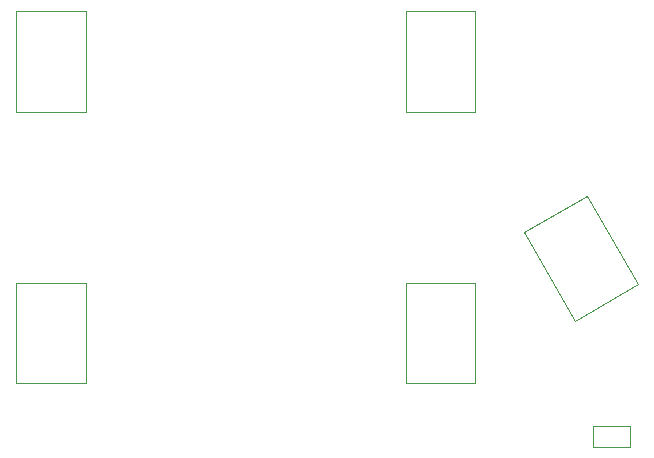
<source format=gbr>
G04 #@! TF.GenerationSoftware,KiCad,Pcbnew,5.1.5*
G04 #@! TF.CreationDate,2019-12-22T23:03:36+01:00*
G04 #@! TF.ProjectId,hh2020v1,68683230-3230-4763-912e-6b696361645f,rev?*
G04 #@! TF.SameCoordinates,Original*
G04 #@! TF.FileFunction,Other,User*
%FSLAX46Y46*%
G04 Gerber Fmt 4.6, Leading zero omitted, Abs format (unit mm)*
G04 Created by KiCad (PCBNEW 5.1.5) date 2019-12-22 23:03:36*
%MOMM*%
%LPD*%
G04 APERTURE LIST*
%ADD10C,0.050000*%
G04 APERTURE END LIST*
D10*
X97521209Y-140144546D02*
X102847266Y-137069546D01*
X93196209Y-132653426D02*
X97521209Y-140144546D01*
X98522266Y-129578426D02*
X93196209Y-132653426D01*
X102847266Y-137069546D02*
X98522266Y-129578426D01*
X56058520Y-136954100D02*
X50158520Y-136954100D01*
X56058520Y-145454100D02*
X56058520Y-136954100D01*
X50158520Y-145454100D02*
X56058520Y-145454100D01*
X50158520Y-136954100D02*
X50158520Y-145454100D01*
X83158520Y-122454100D02*
X89058520Y-122454100D01*
X83158520Y-113954100D02*
X83158520Y-122454100D01*
X89058520Y-113954100D02*
X83158520Y-113954100D01*
X89058520Y-122454100D02*
X89058520Y-113954100D01*
X99016220Y-149036200D02*
X102116220Y-149036200D01*
X99016220Y-149036200D02*
X99016220Y-150836200D01*
X102116220Y-150836200D02*
X102116220Y-149036200D01*
X102116220Y-150836200D02*
X99016220Y-150836200D01*
X83158520Y-145454100D02*
X89058520Y-145454100D01*
X83158520Y-136954100D02*
X83158520Y-145454100D01*
X89058520Y-136954100D02*
X83158520Y-136954100D01*
X89058520Y-145454100D02*
X89058520Y-136954100D01*
X56058520Y-113954100D02*
X50158520Y-113954100D01*
X56058520Y-122454100D02*
X56058520Y-113954100D01*
X50158520Y-122454100D02*
X56058520Y-122454100D01*
X50158520Y-113954100D02*
X50158520Y-122454100D01*
M02*

</source>
